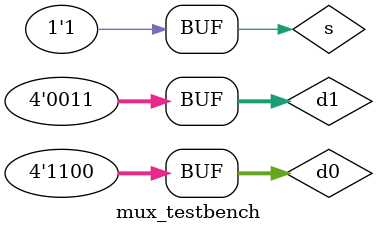
<source format=v>
`timescale 1ns / 1ps


module mux_testbench;

	// Inputs
	reg [3:0] d0;
	reg [3:0] d1;
	reg s;

	// Outputs
	wire [3:0] out;

	// Instantiate the Unit Under Test (UUT)
	mux21_4bit uut (
		.d0(d0), 
		.d1(d1), 
		.s(s), 
		.out(out)
	);

	initial begin
		// Initialize Inputs
		d0 = 0;
		d1 = 0;
		s = 0;

		// Wait 100 ns for global reset to finish
		#100;
        
		// Add stimulus here
		d0 = 4'b1100;
		d1 = 4'b0011;
		
		#100;
		s = 1;

	end
      
endmodule


</source>
